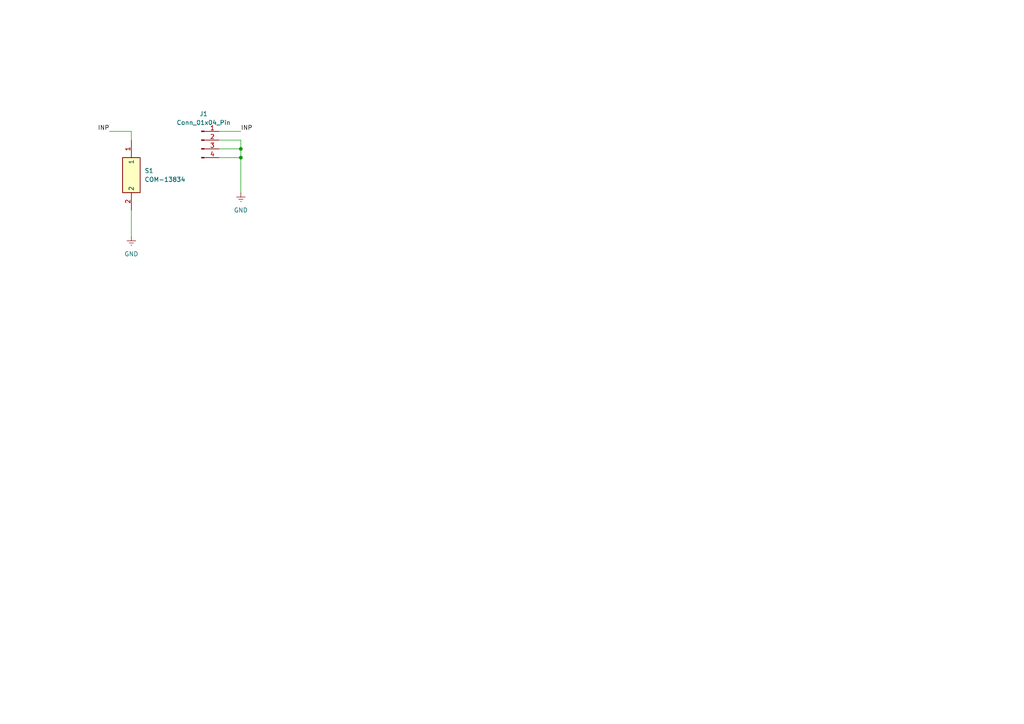
<source format=kicad_sch>
(kicad_sch (version 20231120) (generator "eeschema") (generator_version "8.0")
  (paper "A4")
  (title_block (title "Keyboard/Trackball Combo - Key") (date "2024-09-30") (rev "1") (company "Polymath Studio"))
  (lib_symbols
    (symbol "COM-13834:COM-13834"
      (property "Reference" "S" (at 16.51 7.62 0))
      (property "Value" "COM-13834" (at 16.51 5.08 0))
      (symbol "COM-13834_1_1"
        (rectangle (start 5.08 2.54) (end 15.24 -2.54) (stroke (width 0.254)) (fill (type background)))
        (pin passive line (at 20.32 0 180) (length 5.08) (name "1") (number "1"))
        (pin passive line (at 0 0 0) (length 5.08) (name "2") (number "2"))
      )
    )
    (symbol "Connector:Conn_01x04_Pin" (pin_names (offset 1.016) hide)
      (property "Reference" "J" (at 0 5.08 0))
      (property "Value" "Conn_01x04_Pin" (at 0 -7.62 0))
      (symbol "Conn_01x04_Pin_1_1"
        (polyline (pts (xy 1.27 -5.08) (xy 0.8636 -5.08)) (stroke (width 0.1524)))
        (polyline (pts (xy 1.27 -2.54) (xy 0.8636 -2.54)) (stroke (width 0.1524)))
        (polyline (pts (xy 1.27 0) (xy 0.8636 0)) (stroke (width 0.1524)))
        (polyline (pts (xy 1.27 2.54) (xy 0.8636 2.54)) (stroke (width 0.1524)))
        (rectangle (start 0.8636 -4.953) (end 0 -5.207) (stroke (width 0.1524)) (fill (type outline)))
        (rectangle (start 0.8636 -2.413) (end 0 -2.667) (stroke (width 0.1524)) (fill (type outline)))
        (rectangle (start 0.8636 0.127) (end 0 -0.127) (stroke (width 0.1524)) (fill (type outline)))
        (rectangle (start 0.8636 2.667) (end 0 2.413) (stroke (width 0.1524)) (fill (type outline)))
        (pin passive line (at 5.08 2.54 180) (length 3.81) (name "Pin_1") (number "1"))
        (pin passive line (at 5.08 0 180) (length 3.81) (name "Pin_2") (number "2"))
        (pin passive line (at 5.08 -2.54 180) (length 3.81) (name "Pin_3") (number "3"))
        (pin passive line (at 5.08 -5.08 180) (length 3.81) (name "Pin_4") (number "4"))
      )
    )
    (symbol "power:Earth" (power) (pin_numbers hide) (pin_names (offset 0) hide)
      (property "Value" "Earth" (at 0 -3.81 0))
      (symbol "Earth_0_1"
        (polyline (pts (xy -0.635 -1.905) (xy 0.635 -1.905)))
        (polyline (pts (xy -0.127 -2.54) (xy 0.127 -2.54)))
        (polyline (pts (xy 0 -1.27) (xy 0 0)))
        (polyline (pts (xy 1.27 -1.27) (xy -1.27 -1.27)))
      )
      (symbol "Earth_1_1"
        (pin power_in line (at 0 0 270) (length 0) (name "~") (number "1"))
      )
    )
  )
  (junction (at 69.85 43.18))
  (junction (at 69.85 45.72))
  (wire (pts (xy 63.5 38.1) (xy 69.85 38.1)))
  (wire (pts (xy 69.85 45.72) (xy 69.85 55.88)))
  (wire (pts (xy 69.85 40.64) (xy 69.85 43.18)))
  (wire (pts (xy 38.1 40.64) (xy 38.1 38.1)))
  (wire (pts (xy 69.85 43.18) (xy 69.85 45.72)))
  (wire (pts (xy 63.5 40.64) (xy 69.85 40.64)))
  (wire (pts (xy 31.75 38.1) (xy 38.1 38.1)))
  (wire (pts (xy 38.1 60.96) (xy 38.1 68.58)))
  (wire (pts (xy 63.5 43.18) (xy 69.85 43.18)))
  (wire (pts (xy 63.5 45.72) (xy 69.85 45.72)))
  (label "INP" (at 31.75 38.1 180))
  (label "INP" (at 69.85 38.1 0))
  (symbol (lib_id "power:Earth") (at 69.85 55.88 0) (unit 1)
    (property "Reference" "#PWR02" (effects (hide yes)))
    (property "Value" "GND" (at 69.85 60.96 0))
    (property "Description" "Power symbol creates a global label with name \"Earth\"" (effects (hide yes)))
  )
  (symbol (lib_id "Connector:Conn_01x04_Pin") (at 58.42 40.64 0) (unit 1)
    (property "Reference" "J1" (at 59.055 33.02 0))
    (property "Value" "Conn_01x04_Pin" (at 59.055 35.56 0))
    (property "Footprint" "Connector_PinHeader_2.54mm:PinHeader_1x04_P2.54mm_Vertical" (effects (hide yes)))
    (property "Description" "Generic connector, single row, 01x04, script generated" (effects (hide yes)))
  )
  (symbol (lib_id "COM-13834:COM-13834") (at 38.1 60.96 90) (unit 1)
    (property "Reference" "S1" (at 41.91 49.5299 90) (effects (justify right)))
    (property "Value" "COM-13834" (at 41.91 52.0699 90) (effects (justify right)))
    (property "Footprint" "COM13834" (effects (hide yes)))
    (property "Datasheet" "https://cdn.sparkfun.com/datasheets/Components/Switches/MX%20Series.pdf" (effects (hide yes)))
    (property "Description" "Pushbutton Switch SPST-NO Keyswitch Through Hole, Standard force, click tactile, PCB mount- MX1A-E1NW" (effects (hide yes)))
    (property "Height" "15.2" (effects (hide yes)))
    (property "Mouser Part Number" "474-COM-13834" (effects (hide yes)))
    (property "Mouser Price/Stock" "https://www.mouser.co.uk/ProductDetail/SparkFun/COM-13834?qs=WyAARYrbSnYlamGcWwdgnQ%3D%3D" (effects (hide yes)))
    (property "Manufacturer_Name" "SparkFun" (effects (hide yes)))
    (property "Manufacturer_Part_Number" "COM-13834" (effects (hide yes)))
  )
  (symbol (lib_id "power:Earth") (at 38.1 68.58 0) (unit 1)
    (property "Reference" "#PWR01" (effects (hide yes)))
    (property "Value" "GND" (at 38.1 73.66 0))
    (property "Description" "Power symbol creates a global label with name \"Earth\"" (effects (hide yes)))
  )
)
</source>
